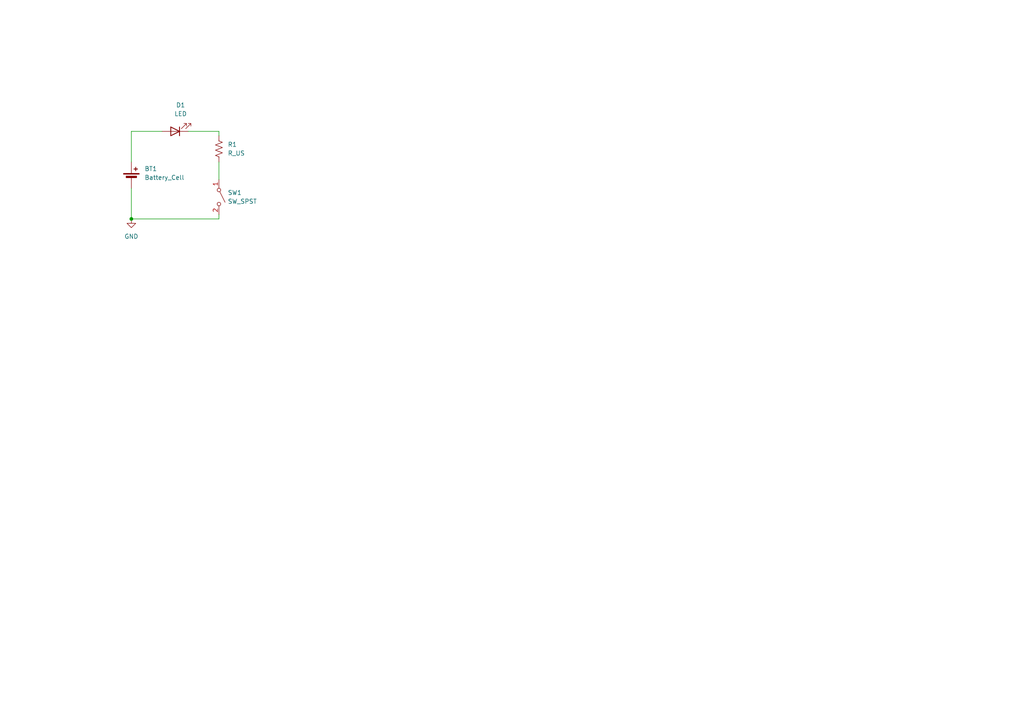
<source format=kicad_sch>
(kicad_sch (version 20231120) (generator "eeschema") (generator_version "8.0")
  (paper "A4")
  (lib_symbols
    (symbol "Device:Battery_Cell" (pin_numbers hide) (pin_names (offset 0) hide)
      (property "Reference" "BT" (at 2.54 2.54 0))
      (property "Value" "Battery_Cell" (at 2.54 0 0))
      (symbol "Battery_Cell_0_1"
        (rectangle (start -2.286 1.778) (end 2.286 1.524) (fill (type outline)))
        (rectangle (start -1.524 1.016) (end 1.524 0.508) (fill (type outline)))
        (polyline (pts (xy 0 0.762) (xy 0 0)))
        (polyline (pts (xy 0 1.778) (xy 0 2.54)))
        (polyline (pts (xy 0.762 3.048) (xy 1.778 3.048)) (stroke (width 0.254)))
        (polyline (pts (xy 1.27 3.556) (xy 1.27 2.54)) (stroke (width 0.254)))
      )
      (symbol "Battery_Cell_1_1"
        (pin passive line (at 0 5.08 270) (length 2.54) (name "+") (number "1"))
        (pin passive line (at 0 -2.54 90) (length 2.54) (name "-") (number "2"))
      )
    )
    (symbol "Device:LED" (pin_numbers hide) (pin_names (offset 1.016) hide)
      (property "Reference" "D" (at 0 2.54 0))
      (property "Value" "LED" (at 0 -2.54 0))
      (symbol "LED_0_1"
        (polyline (pts (xy -1.27 -1.27) (xy -1.27 1.27)) (stroke (width 0.254)))
        (polyline (pts (xy -1.27 0) (xy 1.27 0)))
        (polyline (pts (xy 1.27 -1.27) (xy 1.27 1.27) (xy -1.27 0) (xy 1.27 -1.27)) (stroke (width 0.254)))
        (polyline (pts (xy -3.048 -0.762) (xy -4.572 -2.286) (xy -3.81 -2.286) (xy -4.572 -2.286) (xy -4.572 -1.524)))
        (polyline (pts (xy -1.778 -0.762) (xy -3.302 -2.286) (xy -2.54 -2.286) (xy -3.302 -2.286) (xy -3.302 -1.524)))
      )
      (symbol "LED_1_1"
        (pin passive line (at -3.81 0 0) (length 2.54) (name "K") (number "1"))
        (pin passive line (at 3.81 0 180) (length 2.54) (name "A") (number "2"))
      )
    )
    (symbol "Device:R_US" (pin_numbers hide) (pin_names (offset 0))
      (property "Reference" "R" (at 2.54 0 90))
      (property "Value" "R_US" (at -2.54 0 90))
      (symbol "R_US_0_1"
        (polyline (pts (xy 0 -2.286) (xy 0 -2.54)))
        (polyline (pts (xy 0 2.286) (xy 0 2.54)))
        (polyline (pts (xy 0 -0.762) (xy 1.016 -1.143) (xy 0 -1.524) (xy -1.016 -1.905) (xy 0 -2.286)))
        (polyline (pts (xy 0 0.762) (xy 1.016 0.381) (xy 0 0) (xy -1.016 -0.381) (xy 0 -0.762)))
        (polyline (pts (xy 0 2.286) (xy 1.016 1.905) (xy 0 1.524) (xy -1.016 1.143) (xy 0 0.762)))
      )
      (symbol "R_US_1_1"
        (pin passive line (at 0 3.81 270) (length 1.27) (name "~") (number "1"))
        (pin passive line (at 0 -3.81 90) (length 1.27) (name "~") (number "2"))
      )
    )
    (symbol "Switch:SW_SPST" (pin_names (offset 0) hide)
      (property "Reference" "SW" (at 0 3.175 0))
      (property "Value" "SW_SPST" (at 0 -2.54 0))
      (symbol "SW_SPST_0_0"
        (circle (center -2.032 0) (radius 0.508))
        (polyline (pts (xy -1.524 0.254) (xy 1.524 1.778)))
        (circle (center 2.032 0) (radius 0.508))
      )
      (symbol "SW_SPST_1_1"
        (pin passive line (at -5.08 0 0) (length 2.54) (name "A") (number "1"))
        (pin passive line (at 5.08 0 180) (length 2.54) (name "B") (number "2"))
      )
    )
    (symbol "power:GND" (power) (pin_numbers hide) (pin_names (offset 0) hide)
      (property "Value" "GND" (at 0 -3.81 0))
      (symbol "GND_0_1"
        (polyline (pts (xy 0 0) (xy 0 -1.27) (xy 1.27 -1.27) (xy 0 -2.54) (xy -1.27 -1.27) (xy 0 -1.27)))
      )
      (symbol "GND_1_1"
        (pin power_in line (at 0 0 270) (length 0) (name "~") (number "1"))
      )
    )
  )
  (junction (at 38.1 63.5))
  (wire (pts (xy 38.1 38.1) (xy 46.99 38.1)))
  (wire (pts (xy 63.5 38.1) (xy 63.5 39.37)))
  (wire (pts (xy 63.5 63.5) (xy 63.5 62.23)))
  (wire (pts (xy 63.5 46.99) (xy 63.5 52.07)))
  (wire (pts (xy 38.1 46.99) (xy 38.1 38.1)))
  (wire (pts (xy 63.5 63.5) (xy 38.1 63.5)))
  (wire (pts (xy 38.1 63.5) (xy 38.1 54.61)))
  (wire (pts (xy 54.61 38.1) (xy 63.5 38.1)))
  (symbol (lib_id "Device:Battery_Cell") (at 38.1 52.07 0) (unit 1)
    (property "Reference" "BT1" (at 41.91 48.9584 0) (effects (justify left)))
    (property "Value" "Battery_Cell" (at 41.91 51.4984 0) (effects (justify left)))
    (property "Footprint" "Battery:BatteryHolder_Keystone_103_1x20mm" (effects (hide yes)))
    (property "Description" "Single-cell battery" (effects (hide yes)))
  )
  (symbol (lib_id "Device:R_US") (at 63.5 43.18 0) (unit 1)
    (property "Reference" "R1" (at 66.04 41.9099 0) (effects (justify left)))
    (property "Value" "R_US" (at 66.04 44.4499 0) (effects (justify left)))
    (property "Footprint" "Resistor_SMD:R_2512_6332Metric" (effects (hide yes)))
    (property "Description" "Resistor, US symbol" (effects (hide yes)))
  )
  (symbol (lib_id "Device:LED") (at 50.8 38.1 180) (unit 1)
    (property "Reference" "D1" (at 52.3875 30.48 0))
    (property "Value" "LED" (at 52.3875 33.02 0))
    (property "Footprint" "LED_SMD:LED_2512_6332Metric" (effects (hide yes)))
    (property "Description" "Light emitting diode" (effects (hide yes)))
  )
  (symbol (lib_id "power:GND") (at 38.1 63.5 0) (unit 1)
    (property "Reference" "#PWR01" (effects (hide yes)))
    (property "Value" "GND" (at 38.1 68.58 0))
    (property "Description" "Power symbol creates a global label with name \"GND\" , ground" (effects (hide yes)))
  )
  (symbol (lib_id "Switch:SW_SPST") (at 63.5 57.15 270) (unit 1)
    (property "Reference" "SW1" (at 66.04 55.8799 90) (effects (justify left)))
    (property "Value" "SW_SPST" (at 66.04 58.4199 90) (effects (justify left)))
    (property "Footprint" "Button_Switch_THT:SW_PUSH_6mm" (effects (hide yes)))
    (property "Description" "Single Pole Single Throw (SPST) switch" (effects (hide yes)))
  )
)
</source>
